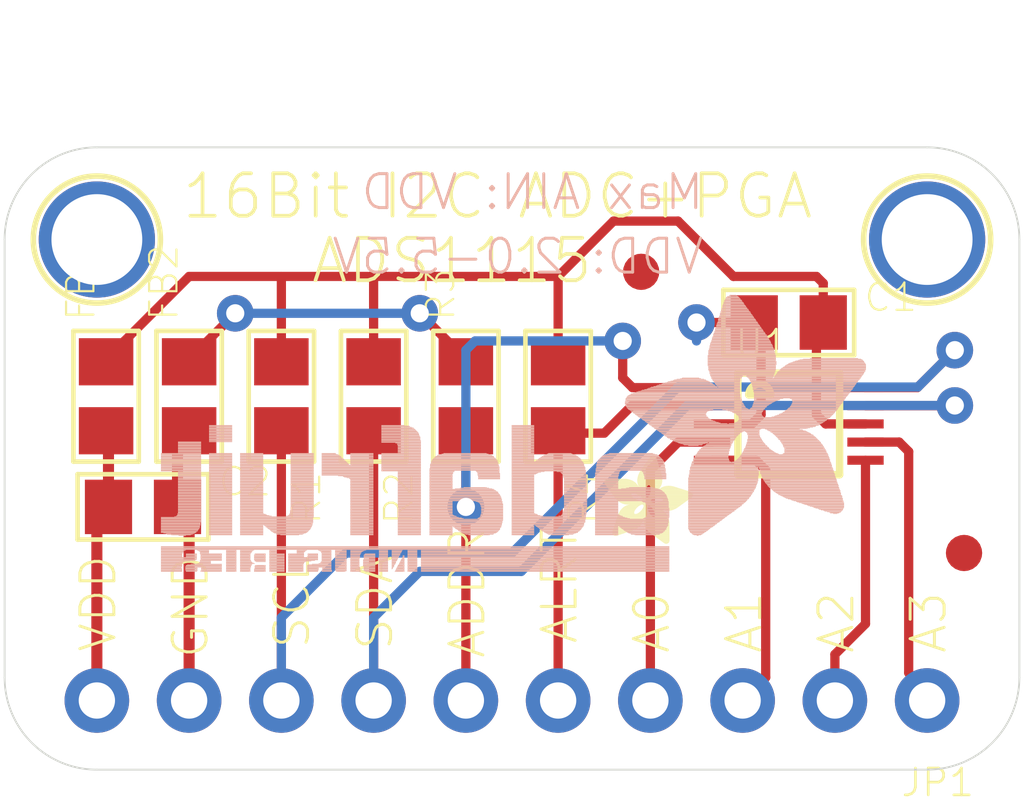
<source format=kicad_pcb>
(kicad_pcb (version 20240108) (generator "pcbnew") (generator_version "8.0")
  (layers (0 "F.Cu" signal) (31 "B.Cu" signal) (34 "B.Paste" user) (35 "F.Paste" user) (36 "B.SilkS" user "B.Silkscreen") (37 "F.SilkS" user "F.Silkscreen") (38 "B.Mask" user) (39 "F.Mask" user) (44 "Edge.Cuts" user))
  (net 0 "")
  (net 1 "GND")
  (net 2 "SCL")
  (net 3 "SDA")
  (net 4 "ADDR")
  (net 5 "VDD")
  (net 6 "ALERT")
  (net 7 "AIN0")
  (net 8 "AIN1")
  (net 9 "AIN2")
  (net 10 "AIN3")
  (net 11 "N$2")
  (net 12 "N$1")
  (footprint "MOUNTINGHOLE_2.5_PLATED" (layer "F.Cu") (at 159.9311 98.9711 180)
    (property "Reference" "U$13" (hide yes))
    (property "Value" "MOUNTINGHOLE2.5" (hide yes))
    (pad "P$1" thru_hole circle (at 0 0 180) (size 3.2 3.2) (drill 2.5) (layers "*.Cu" "*.Mask"))
  )
  (footprint "0805" (layer "F.Cu") (at 149.7711 103.2891 -90)
    (property "Reference" "R4" (at 2.032 -0.254 90) (layer "F.SilkS") (effects (font (size 0.752978 0.752978) (thickness 0.059822)) (justify right top)))
    (property "Value" "10K")
    (pad "1" smd rect (at -0.95 0 270) (size 1.3 1.5) (layers "F.Cu" "F.Paste" "F.Mask") (net 5 "VDD"))
    (pad "2" smd rect (at 0.95 0 270) (size 1.3 1.5) (layers "F.Cu" "F.Paste" "F.Mask") (net 6 "ALERT"))
  )
  (footprint "0805" (layer "F.Cu") (at 137.3251 103.2891 90)
    (property "Reference" "FB1" (at 2.032 -0.254 90) (layer "F.SilkS") (effects (font (size 0.752978 0.752978) (thickness 0.059822)) (justify left bottom)))
    (property "Value" "MMZ2012Y152B")
    (pad "1" smd rect (at -0.95 0 90) (size 1.3 1.5) (layers "F.Cu" "F.Paste" "F.Mask") (net 12 "N$1"))
    (pad "2" smd rect (at 0.95 0 90) (size 1.3 1.5) (layers "F.Cu" "F.Paste" "F.Mask") (net 5 "VDD"))
  )
  (footprint "1X10_ROUND70" (layer "F.Cu") (at 148.5011 111.6711 180)
    (property "Reference" "JP1" (at -12.7762 -1.8288 0) (layer "F.SilkS") (effects (font (size 0.739648 0.739648) (thickness 0.073152)) (justify right top)))
    (property "Value" "")
    (pad "1" thru_hole circle (at -11.43 0 270) (size 1.778 1.778) (drill 1) (layers "*.Cu" "*.Mask") (net 10 "AIN3"))
    (pad "2" thru_hole circle (at -8.89 0 270) (size 1.778 1.778) (drill 1) (layers "*.Cu" "*.Mask") (net 9 "AIN2"))
    (pad "3" thru_hole circle (at -6.35 0 270) (size 1.778 1.778) (drill 1) (layers "*.Cu" "*.Mask") (net 8 "AIN1"))
    (pad "4" thru_hole circle (at -3.81 0 270) (size 1.778 1.778) (drill 1) (layers "*.Cu" "*.Mask") (net 7 "AIN0"))
    (pad "5" thru_hole circle (at -1.27 0 270) (size 1.778 1.778) (drill 1) (layers "*.Cu" "*.Mask") (net 6 "ALERT"))
    (pad "6" thru_hole circle (at 1.27 0 270) (size 1.778 1.778) (drill 1) (layers "*.Cu" "*.Mask") (net 4 "ADDR"))
    (pad "7" thru_hole circle (at 3.81 0 270) (size 1.778 1.778) (drill 1) (layers "*.Cu" "*.Mask") (net 3 "SDA"))
    (pad "8" thru_hole circle (at 6.35 0 270) (size 1.778 1.778) (drill 1) (layers "*.Cu" "*.Mask") (net 2 "SCL"))
    (pad "9" thru_hole circle (at 8.89 0 270) (size 1.778 1.778) (drill 1) (layers "*.Cu" "*.Mask") (net 11 "N$2"))
    (pad "10" thru_hole circle (at 11.43 0 270) (size 1.778 1.778) (drill 1) (layers "*.Cu" "*.Mask") (net 12 "N$1"))
  )
  (footprint "0805" (layer "F.Cu") (at 139.6111 103.2891 90)
    (property "Reference" "FB2" (at 2.032 -0.254 90) (layer "F.SilkS") (effects (font (size 0.752978 0.752978) (thickness 0.059822)) (justify left bottom)))
    (property "Value" "MMZ2012Y152B")
    (pad "1" smd rect (at -0.95 0 90) (size 1.3 1.5) (layers "F.Cu" "F.Paste" "F.Mask") (net 11 "N$2"))
    (pad "2" smd rect (at 0.95 0 90) (size 1.3 1.5) (layers "F.Cu" "F.Paste" "F.Mask") (net 1 "GND"))
  )
  (footprint "FIDUCIAL_1MM" (layer "F.Cu") (at 152.0571 99.8601 180)
    (property "Reference" "FID2" (hide yes))
    (property "Value" "FIDUCIAL\"\"" (hide yes))
    (pad "1" smd roundrect (at 0 0 180) (size 1 1) (layers "F.Cu") (roundrect_rratio 0.5))
  )
  (footprint "0805" (layer "F.Cu") (at 142.1511 103.2891 -90)
    (property "Reference" "R1" (at 2.032 -0.254 90) (layer "F.SilkS") (effects (font (size 0.752978 0.752978) (thickness 0.059822)) (justify right top)))
    (property "Value" "10K")
    (pad "1" smd rect (at -0.95 0 270) (size 1.3 1.5) (layers "F.Cu" "F.Paste" "F.Mask") (net 5 "VDD"))
    (pad "2" smd rect (at 0.95 0 270) (size 1.3 1.5) (layers "F.Cu" "F.Paste" "F.Mask") (net 2 "SCL"))
  )
  (footprint "MOUNTINGHOLE_2.5_PLATED" (layer "F.Cu") (at 137.0711 98.9711 180)
    (property "Reference" "U$14" (hide yes))
    (property "Value" "MOUNTINGHOLE2.5" (hide yes))
    (pad "P$1" thru_hole circle (at 0 0 180) (size 3.2 3.2) (drill 2.5) (layers "*.Cu" "*.Mask"))
  )
  (footprint "FIDUCIAL_1MM" (layer "F.Cu") (at 160.9471 107.6071 180)
    (property "Reference" "FID1" (hide yes))
    (property "Value" "FIDUCIAL\"\"" (hide yes))
    (pad "1" smd roundrect (at 0 0 180) (size 1 1) (layers "F.Cu") (roundrect_rratio 0.5))
  )
  (footprint "0805" (layer "F.Cu") (at 144.6911 103.2891 -90)
    (property "Reference" "R2" (at 2.032 -0.254 90) (layer "F.SilkS") (effects (font (size 0.752978 0.752978) (thickness 0.059822)) (justify right top)))
    (property "Value" "10K")
    (pad "1" smd rect (at -0.95 0 270) (size 1.3 1.5) (layers "F.Cu" "F.Paste" "F.Mask") (net 5 "VDD"))
    (pad "2" smd rect (at 0.95 0 270) (size 1.3 1.5) (layers "F.Cu" "F.Paste" "F.Mask") (net 3 "SDA"))
  )
  (footprint "0805" (layer "F.Cu") (at 147.2311 103.2891 90)
    (property "Reference" "R3" (at 2.032 -0.254 90) (layer "F.SilkS") (effects (font (size 0.752978 0.752978) (thickness 0.059822)) (justify left bottom)))
    (property "Value" "10K")
    (pad "1" smd rect (at -0.95 0 90) (size 1.3 1.5) (layers "F.Cu" "F.Paste" "F.Mask") (net 4 "ADDR"))
    (pad "2" smd rect (at 0.95 0 90) (size 1.3 1.5) (layers "F.Cu" "F.Paste" "F.Mask") (net 1 "GND"))
  )
  (footprint "0805" (layer "F.Cu") (at 156.1211 101.2571)
    (property "Reference" "C1" (at 2.032 -0.254 0) (layer "F.SilkS") (effects (font (size 0.752978 0.752978) (thickness 0.059822)) (justify left bottom)))
    (property "Value" "1µF")
    (pad "1" smd rect (at -0.95 0) (size 1.3 1.5) (layers "F.Cu" "F.Paste" "F.Mask") (net 1 "GND"))
    (pad "2" smd rect (at 0.95 0) (size 1.3 1.5) (layers "F.Cu" "F.Paste" "F.Mask") (net 5 "VDD"))
  )
  (footprint "ADAFRUIT_2.5MM" (layer "F.Cu") (at 151.0411 107.3531)
    (property "Reference" "U$16" (hide yes))
    (property "Value" "" (hide yes))
  )
  (footprint "MSOP10" (layer "F.Cu") (at 156.1211 104.0511 -90)
    (property "Reference" "U1" (at -1.778 1.524 0) (layer "F.SilkS") (effects (font (size 0.739648 0.739648) (thickness 0.073152)) (justify left bottom)))
    (property "Value" "ADS1115IDGST")
    (pad "1" smd rect (at -1 2.1131 270) (size 0.25 1) (layers "F.Cu" "F.Paste" "F.Mask") (net 4 "ADDR"))
    (pad "2" smd rect (at -0.5 2.1131 270) (size 0.25 1) (layers "F.Cu" "F.Paste" "F.Mask") (net 6 "ALERT"))
    (pad "3" smd rect (at 0 2.1131 270) (size 0.25 1) (layers "F.Cu" "F.Paste" "F.Mask") (net 1 "GND"))
    (pad "4" smd rect (at 0.5 2.1131 270) (size 0.25 1) (layers "F.Cu" "F.Paste" "F.Mask") (net 7 "AIN0"))
    (pad "5" smd rect (at 1 2.1131 270) (size 0.25 1) (layers "F.Cu" "F.Paste" "F.Mask") (net 8 "AIN1"))
    (pad "6" smd rect (at 1 -2.1131 90) (size 0.25 1) (layers "F.Cu" "F.Paste" "F.Mask") (net 9 "AIN2"))
    (pad "7" smd rect (at 0.5 -2.1131 90) (size 0.25 1) (layers "F.Cu" "F.Paste" "F.Mask") (net 10 "AIN3"))
    (pad "8" smd rect (at 0 -2.1131 90) (size 0.25 1) (layers "F.Cu" "F.Paste" "F.Mask") (net 5 "VDD"))
    (pad "9" smd rect (at -0.5 -2.1131 90) (size 0.25 1) (layers "F.Cu" "F.Paste" "F.Mask") (net 3 "SDA"))
    (pad "10" smd rect (at -1 -2.1131 90) (size 0.25 1) (layers "F.Cu" "F.Paste" "F.Mask") (net 2 "SCL"))
  )
  (footprint "0805" (layer "F.Cu") (at 138.3411 106.3371)
    (property "Reference" "C2" (at 2.032 -0.254 0) (layer "F.SilkS") (effects (font (size 0.752978 0.752978) (thickness 0.059822)) (justify left bottom)))
    (property "Value" "1µF")
    (pad "1" smd rect (at -0.95 0) (size 1.3 1.5) (layers "F.Cu" "F.Paste" "F.Mask") (net 12 "N$1"))
    (pad "2" smd rect (at 0.95 0) (size 1.3 1.5) (layers "F.Cu" "F.Paste" "F.Mask") (net 11 "N$2"))
  )
  (footprint "ADAFRUIT_TEXT_20MM" (layer "B.Cu") (at 158.4071 108.1151 180)
    (property "Reference" "U$15" (hide yes))
    (property "Value" "" (hide yes))
  )
  (gr_line (start 134.5311 111.0361) (end 134.5311 98.9711) (stroke (width 0.05)) (layer "Edge.Cuts"))
  (gr_arc (start 162.4711 111.0361) (mid 161.727151 112.832151) (end 159.9311 113.5761) (stroke (width 0.05)) (layer "Edge.Cuts"))
  (gr_line (start 162.4711 98.9711) (end 162.4711 111.0361) (stroke (width 0.05)) (layer "Edge.Cuts"))
  (gr_arc (start 137.0711 113.5761) (mid 135.275049 112.832151) (end 134.5311 111.0361) (stroke (width 0.05)) (layer "Edge.Cuts"))
  (gr_arc (start 159.9311 96.4311) (mid 161.727151 97.175049) (end 162.4711 98.9711) (stroke (width 0.05)) (layer "Edge.Cuts"))
  (gr_line (start 159.9311 113.5761) (end 137.0711 113.5761) (stroke (width 0.05)) (layer "Edge.Cuts"))
  (gr_arc (start 134.5311 98.9711) (mid 135.275049 97.175049) (end 137.0711 96.4311) (stroke (width 0.05)) (layer "Edge.Cuts"))
  (gr_line (start 137.0711 96.4311) (end 159.9311 96.4311) (stroke (width 0.05)) (layer "Edge.Cuts"))
  (gr_text "VDD: 2.0-5.5V" (at 153.8351 99.9871 0) (layer "B.SilkS") (effects (font (size 0.93472 0.93472) (thickness 0.08128)) (justify left bottom mirror)))
  (gr_text "Max AIN: VDD" (at 153.8351 98.2091 0) (layer "B.SilkS") (effects (font (size 0.93472 0.93472) (thickness 0.08128)) (justify left bottom mirror)))
  (gr_text "A3" (at 159.4231 108.6231 90) (layer "F.SilkS") (effects (font (size 0.93472 0.93472) (thickness 0.08128)) (justify right top)))
  (gr_text "ADDR" (at 146.7231 106.8451 90) (layer "F.SilkS") (effects (font (size 0.93472 0.93472) (thickness 0.08128)) (justify right top)))
  (gr_text "A1" (at 154.3431 108.6231 90) (layer "F.SilkS") (effects (font (size 0.93472 0.93472) (thickness 0.08128)) (justify right top)))
  (gr_text "A2" (at 156.8831 108.6231 90) (layer "F.SilkS") (effects (font (size 0.93472 0.93472) (thickness 0.08128)) (justify right top)))
  (gr_text "A0" (at 151.8031 108.6231 90) (layer "F.SilkS") (effects (font (size 0.93472 0.93472) (thickness 0.08128)) (justify right top)))
  (gr_text "VDD" (at 136.5631 107.6071 90) (layer "F.SilkS") (effects (font (size 0.93472 0.93472) (thickness 0.08128)) (justify right top)))
  (gr_text "16Bit I2C ADC+PGA" (at 139.3571 98.4631 0) (layer "F.SilkS") (effects (font (size 1.1684 1.1684) (thickness 0.1016)) (justify left bottom)))
  (gr_text "GND" (at 139.1031 107.6071 90) (layer "F.SilkS") (effects (font (size 0.93472 0.93472) (thickness 0.08128)) (justify right top)))
  (gr_text "SDA" (at 144.1831 107.6071 90) (layer "F.SilkS") (effects (font (size 0.93472 0.93472) (thickness 0.08128)) (justify right top)))
  (gr_text "ALRT" (at 149.2631 106.8451 90) (layer "F.SilkS") (effects (font (size 0.93472 0.93472) (thickness 0.08128)) (justify right top)))
  (gr_text "ADS1115" (at 142.9131 100.2411 0) (layer "F.SilkS") (effects (font (size 1.1684 1.1684) (thickness 0.1016)) (justify left bottom)))
  (gr_text "SCL" (at 141.8971 107.6071 90) (layer "F.SilkS") (effects (font (size 0.93472 0.93472) (thickness 0.08128)) (justify right top)))
  (segment (start 147.2311 102.2731) (end 145.9611 101.0031) (width 0.254) (layer "F.Cu") (net 1))
  (segment (start 139.6111 102.2731) (end 140.8811 101.0031) (width 0.254) (layer "F.Cu") (net 1))
  (segment (start 155.1711 101.2571) (end 153.5811 101.2571) (width 0.254) (layer "F.Cu") (net 1))
  (segment (start 155.1051 104.0511) (end 155.3591 103.7971) (width 0.254) (layer "F.Cu") (net 1))
  (segment (start 154.008 104.0511) (end 155.1051 104.0511) (width 0.254) (layer "F.Cu") (net 1))
  (segment (start 155.3591 101.4451) (end 155.1711 101.2571) (width 0.254) (layer "F.Cu") (net 1))
  (segment (start 147.2311 102.3391) (end 147.2311 102.2731) (width 0.254) (layer "F.Cu") (net 1))
  (segment (start 139.6111 102.3391) (end 139.6111 102.2731) (width 0.254) (layer "F.Cu") (net 1))
  (segment (start 155.3591 103.7971) (end 155.3591 101.4451) (width 0.254) (layer "F.Cu") (net 1))
  (via (at 145.9611 101.0031) (size 1.008) (drill 0.5) (layers "F.Cu" "B.Cu") (net 1))
  (via (at 153.5811 101.2571) (size 1.008) (drill 0.5) (layers "F.Cu" "B.Cu") (net 1))
  (via (at 140.8811 101.0031) (size 1.008) (drill 0.5) (layers "F.Cu" "B.Cu") (net 1))
  (segment (start 145.9611 101.0031) (end 140.8811 101.0031) (width 0.254) (layer "B.Cu") (net 1))
  (segment (start 153.5811 101.2571) (end 153.5811 101.7651) (width 0.254) (layer "B.Cu") (net 1))
  (segment (start 142.1511 104.2391) (end 142.1511 111.6711) (width 0.254) (layer "F.Cu") (net 2))
  (segment (start 159.6611 103.0511) (end 160.6931 102.0191) (width 0.254) (layer "F.Cu") (net 2))
  (segment (start 158.2342 103.0511) (end 159.6611 103.0511) (width 0.254) (layer "F.Cu") (net 2))
  (via (at 160.6931 102.0191) (size 1.008) (drill 0.5) (layers "F.Cu" "B.Cu") (net 2))
  (segment (start 160.6931 102.0191) (end 159.6771 103.0351) (width 0.254) (layer "B.Cu") (net 2))
  (segment (start 143.9291 107.6071) (end 142.1511 109.3851) (width 0.254) (layer "B.Cu") (net 2))
  (segment (start 159.6771 103.0351) (end 153.0731 103.0351) (width 0.254) (layer "B.Cu") (net 2))
  (segment (start 153.0731 103.0351) (end 148.5011 107.6071) (width 0.254) (layer "B.Cu") (net 2))
  (segment (start 148.5011 107.6071) (end 143.9291 107.6071) (width 0.254) (layer "B.Cu") (net 2))
  (segment (start 142.1511 109.3851) (end 142.1511 111.6711) (width 0.254) (layer "B.Cu") (net 2))
  (segment (start 160.6851 103.5511) (end 160.6931 103.5431) (width 0.254) (layer "F.Cu") (net 3))
  (segment (start 158.2342 103.5511) (end 160.6851 103.5511) (width 0.254) (layer "F.Cu") (net 3))
  (segment (start 144.6911 104.2391) (end 144.6911 111.6711) (width 0.254) (layer "F.Cu") (net 3))
  (via (at 160.6931 103.5431) (size 1.008) (drill 0.5) (layers "F.Cu" "B.Cu") (net 3))
  (segment (start 145.9611 108.1151) (end 148.7551 108.1151) (width 0.254) (layer "B.Cu") (net 3))
  (segment (start 148.7551 108.1151) (end 153.3271 103.5431) (width 0.254) (layer "B.Cu") (net 3))
  (segment (start 153.3271 103.5431) (end 160.6931 103.5431) (width 0.254) (layer "B.Cu") (net 3))
  (segment (start 144.6911 111.6711) (end 144.6911 109.3851) (width 0.254) (layer "B.Cu") (net 3))
  (segment (start 144.6911 109.3851) (end 145.9611 108.1151) (width 0.254) (layer "B.Cu") (net 3))
  (segment (start 154.008 103.0511) (end 151.8191 103.0511) (width 0.254) (layer "F.Cu") (net 4))
  (segment (start 147.2311 106.3371) (end 147.2311 104.2391) (width 0.254) (layer "F.Cu") (net 4))
  (segment (start 151.5491 102.7811) (end 151.5491 101.7651) (width 0.254) (layer "F.Cu") (net 4))
  (segment (start 151.5491 102.7811) (end 151.8191 103.0511) (width 0.254) (layer "F.Cu") (net 4))
  (segment (start 147.2311 111.6711) (end 147.2311 106.3371) (width 0.254) (layer "F.Cu") (net 4))
  (via (at 147.2311 106.3371) (size 1.008) (drill 0.5) (layers "F.Cu" "B.Cu") (net 4))
  (via (at 151.5491 101.7651) (size 1.008) (drill 0.5) (layers "F.Cu" "B.Cu") (net 4))
  (segment (start 147.4851 101.7651) (end 147.2311 102.0191) (width 0.254) (layer "B.Cu") (net 4))
  (segment (start 151.5491 101.7651) (end 147.4851 101.7651) (width 0.254) (layer "B.Cu") (net 4))
  (segment (start 147.2311 102.0191) (end 147.2311 106.3371) (width 0.254) (layer "B.Cu") (net 4))
  (segment (start 142.1511 99.9871) (end 139.6111 99.9871) (width 0.254) (layer "F.Cu") (net 5))
  (segment (start 157.0711 100.1751) (end 157.0711 101.2571) (width 0.254) (layer "F.Cu") (net 5))
  (segment (start 149.7711 102.3391) (end 149.7711 99.9871) (width 0.254) (layer "F.Cu") (net 5))
  (segment (start 157.3251 101.5111) (end 157.0711 101.2571) (width 0.254) (layer "F.Cu") (net 5))
  (segment (start 139.6111 99.9871) (end 137.8331 101.7651) (width 0.254) (layer "F.Cu") (net 5))
  (segment (start 153.0731 98.4631) (end 151.2951 98.4631) (width 0.254) (layer "F.Cu") (net 5))
  (segment (start 156.8831 103.7971) (end 156.8831 101.4451) (width 0.254) (layer "F.Cu") (net 5))
  (segment (start 157.1371 104.0511) (end 156.8831 103.7971) (width 0.254) (layer "F.Cu") (net 5))
  (segment (start 151.2951 98.4631) (end 149.7711 99.9871) (width 0.254) (layer "F.Cu") (net 5))
  (segment (start 137.8331 101.7651) (end 137.8331 101.8311) (width 0.254) (layer "F.Cu") (net 5))
  (segment (start 149.7711 99.9871) (end 144.6911 99.9871) (width 0.254) (layer "F.Cu") (net 5))
  (segment (start 154.5971 99.9871) (end 153.0731 98.4631) (width 0.254) (layer "F.Cu") (net 5))
  (segment (start 158.2342 104.0511) (end 157.1371 104.0511) (width 0.254) (layer "F.Cu") (net 5))
  (segment (start 137.8331 101.8311) (end 137.3251 102.3391) (width 0.254) (layer "F.Cu") (net 5))
  (segment (start 157.0711 100.1751) (end 156.8831 99.9871) (width 0.254) (layer "F.Cu") (net 5))
  (segment (start 156.8831 99.9871) (end 154.5971 99.9871) (width 0.254) (layer "F.Cu") (net 5))
  (segment (start 156.8831 101.4451) (end 157.0711 101.2571) (width 0.254) (layer "F.Cu") (net 5))
  (segment (start 144.6911 99.9871) (end 142.1511 99.9871) (width 0.254) (layer "F.Cu") (net 5))
  (segment (start 144.6911 102.3391) (end 144.6911 99.9871) (width 0.254) (layer "F.Cu") (net 5))
  (segment (start 142.1511 102.3391) (end 142.1511 99.9871) (width 0.254) (layer "F.Cu") (net 5))
  (segment (start 151.7951 103.5511) (end 151.0411 104.3051) (width 0.254) (layer "F.Cu") (net 6))
  (segment (start 151.0411 104.3051) (end 149.8371 104.3051) (width 0.254) (layer "F.Cu") (net 6))
  (segment (start 149.7711 111.6711) (end 149.7711 104.2391) (width 0.254) (layer "F.Cu") (net 6))
  (segment (start 149.8371 104.3051) (end 149.7711 104.2391) (width 0.254) (layer "F.Cu") (net 6))
  (segment (start 154.008 103.5511) (end 151.7951 103.5511) (width 0.254) (layer "F.Cu") (net 6))
  (segment (start 154.008 104.5511) (end 153.0811 104.5511) (width 0.254) (layer "F.Cu") (net 7))
  (segment (start 153.0811 104.5511) (end 152.3111 105.3211) (width 0.254) (layer "F.Cu") (net 7))
  (segment (start 152.3111 111.6711) (end 152.3111 105.3211) (width 0.254) (layer "F.Cu") (net 7))
  (segment (start 154.008 105.0511) (end 155.2161 105.0511) (width 0.254) (layer "F.Cu") (net 8))
  (segment (start 155.2161 105.0511) (end 155.4861 105.3211) (width 0.254) (layer "F.Cu") (net 8))
  (segment (start 155.4861 111.0361) (end 154.8511 111.6711) (width 0.254) (layer "F.Cu") (net 8))
  (segment (start 155.4861 105.3211) (end 155.4861 111.0361) (width 0.254) (layer "F.Cu") (net 8))
  (segment (start 158.2342 109.558) (end 157.3911 110.4011) (width 0.254) (layer "F.Cu") (net 9))
  (segment (start 157.3911 110.4011) (end 157.3911 111.6711) (width 0.254) (layer "F.Cu") (net 9))
  (segment (start 158.2342 105.0511) (end 158.2342 109.558) (width 0.254) (layer "F.Cu") (net 9))
  (segment (start 159.1611 104.5511) (end 159.4231 104.8131) (width 0.254) (layer "F.Cu") (net 10))
  (segment (start 159.4231 104.8131) (end 159.4231 110.9091) (width 0.254) (layer "F.Cu") (net 10))
  (segment (start 158.2342 104.5511) (end 159.1611 104.5511) (width 0.254) (layer "F.Cu") (net 10))
  (segment (start 159.4231 110.9091) (end 159.9311 111.6711) (width 0.254) (layer "F.Cu") (net 10))
  (segment (start 139.2911 104.5591) (end 139.6111 104.2391) (width 0.3048) (layer "F.Cu") (net 11))
  (segment (start 139.6111 106.6571) (end 139.2911 106.3371) (width 0.3048) (layer "F.Cu") (net 11))
  (segment (start 139.2911 106.3371) (end 139.2911 104.5591) (width 0.3048) (layer "F.Cu") (net 11))
  (segment (start 139.6111 111.6711) (end 139.6111 106.6571) (width 0.3048) (layer "F.Cu") (net 11))
  (segment (start 137.3911 106.3371) (end 137.3911 104.3051) (width 0.3048) (layer "F.Cu") (net 12))
  (segment (start 137.0711 111.6711) (end 137.0711 106.6571) (width 0.3048) (layer "F.Cu") (net 12))
  (segment (start 137.0711 106.6571) (end 137.3911 106.3371) (width 0.3048) (layer "F.Cu") (net 12))
  (segment (start 137.3911 104.3051) (end 137.3251 104.2391) (width 0.3048) (layer "F.Cu") (net 12))
)
</source>
